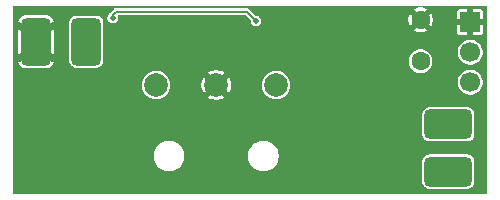
<source format=gbr>
%TF.GenerationSoftware,KiCad,Pcbnew,9.0.2*%
%TF.CreationDate,2025-06-27T10:01:34+02:00*%
%TF.ProjectId,drone_controller,64726f6e-655f-4636-9f6e-74726f6c6c65,rev?*%
%TF.SameCoordinates,Original*%
%TF.FileFunction,Copper,L2,Bot*%
%TF.FilePolarity,Positive*%
%FSLAX46Y46*%
G04 Gerber Fmt 4.6, Leading zero omitted, Abs format (unit mm)*
G04 Created by KiCad (PCBNEW 9.0.2) date 2025-06-27 10:01:34*
%MOMM*%
%LPD*%
G01*
G04 APERTURE LIST*
G04 Aperture macros list*
%AMRoundRect*
0 Rectangle with rounded corners*
0 $1 Rounding radius*
0 $2 $3 $4 $5 $6 $7 $8 $9 X,Y pos of 4 corners*
0 Add a 4 corners polygon primitive as box body*
4,1,4,$2,$3,$4,$5,$6,$7,$8,$9,$2,$3,0*
0 Add four circle primitives for the rounded corners*
1,1,$1+$1,$2,$3*
1,1,$1+$1,$4,$5*
1,1,$1+$1,$6,$7*
1,1,$1+$1,$8,$9*
0 Add four rect primitives between the rounded corners*
20,1,$1+$1,$2,$3,$4,$5,0*
20,1,$1+$1,$4,$5,$6,$7,0*
20,1,$1+$1,$6,$7,$8,$9,0*
20,1,$1+$1,$8,$9,$2,$3,0*%
G04 Aperture macros list end*
%TA.AperFunction,ComponentPad*%
%ADD10C,2.000000*%
%TD*%
%TA.AperFunction,ComponentPad*%
%ADD11R,1.700000X1.700000*%
%TD*%
%TA.AperFunction,ComponentPad*%
%ADD12C,1.700000*%
%TD*%
%TA.AperFunction,ComponentPad*%
%ADD13C,1.600000*%
%TD*%
%TA.AperFunction,SMDPad,CuDef*%
%ADD14RoundRect,0.416667X1.583333X0.833333X-1.583333X0.833333X-1.583333X-0.833333X1.583333X-0.833333X0*%
%TD*%
%TA.AperFunction,SMDPad,CuDef*%
%ADD15RoundRect,0.416667X-0.833333X1.583333X-0.833333X-1.583333X0.833333X-1.583333X0.833333X1.583333X0*%
%TD*%
%TA.AperFunction,SMDPad,CuDef*%
%ADD16RoundRect,0.416667X-1.583333X-0.833333X1.583333X-0.833333X1.583333X0.833333X-1.583333X0.833333X0*%
%TD*%
%TA.AperFunction,ViaPad*%
%ADD17C,0.500000*%
%TD*%
%TA.AperFunction,Conductor*%
%ADD18C,0.200000*%
%TD*%
G04 APERTURE END LIST*
D10*
%TO.P,SW1,1,B*%
%TO.N,/DET_OUT+*%
X141420000Y-108175000D03*
%TO.P,SW1,2,A*%
%TO.N,/FET_OUT*%
X151580000Y-108175000D03*
%TO.P,SW1,3,C*%
%TO.N,GND*%
X146500000Y-108175000D03*
%TD*%
D11*
%TO.P,J1,1,Pin_1*%
%TO.N,GND*%
X168000000Y-102860000D03*
D12*
%TO.P,J1,2,Pin_2*%
%TO.N,/TRIGGER*%
X168000000Y-105400000D03*
%TO.P,J1,3,Pin_3*%
%TO.N,/5V_IN*%
X168000000Y-107940000D03*
%TD*%
D13*
%TO.P,C1,1*%
%TO.N,/5V_IN*%
X163800000Y-106150000D03*
%TO.P,C1,2*%
%TO.N,GND*%
X163800000Y-102650000D03*
%TD*%
D14*
%TO.P,P2,1*%
%TO.N,/FET_OUT*%
X166150000Y-115500000D03*
%TD*%
D15*
%TO.P,P4,1*%
%TO.N,/DET_OUT+*%
X135500000Y-104500000D03*
%TD*%
%TO.P,P3,1*%
%TO.N,GND*%
X131250000Y-104500000D03*
%TD*%
D16*
%TO.P,P1,1*%
%TO.N,/5V_IN*%
X166150000Y-111500000D03*
%TD*%
D17*
%TO.N,GND*%
X162500000Y-108000000D03*
X155000000Y-113000000D03*
X131800000Y-103200000D03*
X138000000Y-115000000D03*
X162500000Y-109000000D03*
X160000000Y-109500000D03*
X162000000Y-109500000D03*
X159500000Y-105500000D03*
X139000000Y-113500000D03*
X149000000Y-110000000D03*
X159000000Y-102500000D03*
X161400000Y-103000000D03*
X156500000Y-106500000D03*
X157500000Y-103000000D03*
X139000000Y-115500000D03*
X154000000Y-111000000D03*
X161500000Y-108000000D03*
X160500000Y-108000000D03*
X141000000Y-110000000D03*
X133500000Y-114500000D03*
X161000000Y-108500000D03*
X130000000Y-116500000D03*
X160000000Y-103500000D03*
X158000000Y-102500000D03*
X159000000Y-109500000D03*
X139000000Y-116500000D03*
X158000000Y-107000000D03*
X156000000Y-108000000D03*
X141500000Y-104500000D03*
X153000000Y-110000000D03*
X160500000Y-109000000D03*
X161900000Y-103500000D03*
X160000000Y-102500000D03*
X137000000Y-116500000D03*
X139000000Y-111500000D03*
X133500000Y-113500000D03*
X155500000Y-106500000D03*
X138000000Y-113000000D03*
X143000000Y-107500000D03*
X157500000Y-106500000D03*
X141500000Y-105500000D03*
X131800000Y-105600000D03*
X131000000Y-104800000D03*
X154500000Y-106500000D03*
X163000000Y-107500000D03*
X153500000Y-109500000D03*
X154500000Y-110500000D03*
X158500000Y-105500000D03*
X131000000Y-116500000D03*
X157000000Y-108000000D03*
X158500000Y-106500000D03*
X155000000Y-107000000D03*
X157000000Y-104500000D03*
X158500000Y-103000000D03*
X158000000Y-113500000D03*
X149500000Y-107500000D03*
X159000000Y-103500000D03*
X164000000Y-108500000D03*
X157500000Y-107500000D03*
X131000000Y-103200000D03*
X136000000Y-116500000D03*
X154000000Y-116000000D03*
X149500000Y-108500000D03*
X158000000Y-106000000D03*
X161000000Y-102500000D03*
X155000000Y-111000000D03*
X161500000Y-109000000D03*
X139000000Y-114500000D03*
X160500000Y-103000000D03*
X163000000Y-108500000D03*
X157500000Y-104000000D03*
X162000000Y-107500000D03*
X148500000Y-109000000D03*
X150000000Y-104500000D03*
X143000000Y-109000000D03*
X162000000Y-108500000D03*
X146000000Y-110000000D03*
X160000000Y-108500000D03*
X155500000Y-107500000D03*
X157000000Y-107000000D03*
X138000000Y-116500000D03*
X141500000Y-106500000D03*
X158000000Y-103500000D03*
X161000000Y-109500000D03*
X159000000Y-106000000D03*
X159500000Y-109000000D03*
X161000000Y-103500000D03*
X131800000Y-104800000D03*
X163500000Y-108000000D03*
X157000000Y-103500000D03*
X154000000Y-110000000D03*
X148500000Y-108000000D03*
X156500000Y-108500000D03*
X157000000Y-113500000D03*
X154000000Y-112000000D03*
X138000000Y-114000000D03*
X159500000Y-103000000D03*
X154500000Y-112500000D03*
X156500000Y-107500000D03*
X143000000Y-110000000D03*
X142000000Y-110000000D03*
X147000000Y-110000000D03*
X131000000Y-104000000D03*
X155000000Y-112000000D03*
X156000000Y-107000000D03*
X157000000Y-102500000D03*
X139000000Y-112500000D03*
X148000000Y-110000000D03*
X131800000Y-104000000D03*
X131000000Y-105600000D03*
X154500000Y-111500000D03*
X161900000Y-102500000D03*
%TO.N,/5V_IN*%
X137729998Y-102500000D03*
X164958448Y-111100063D03*
X149880000Y-102750000D03*
X167358448Y-111900063D03*
X164958448Y-111900063D03*
X166558448Y-111100063D03*
X165758448Y-111100063D03*
X166558448Y-111900063D03*
X167358448Y-111100063D03*
X165758448Y-111900063D03*
%TO.N,/FET_OUT*%
X166588178Y-115069028D03*
X165788178Y-115869028D03*
X164988178Y-115869028D03*
X167388178Y-115869028D03*
X167388178Y-115069028D03*
X165788178Y-115069028D03*
X166588178Y-115869028D03*
X164988178Y-115069028D03*
%TO.N,/DET_OUT+*%
X135800000Y-103200000D03*
X135000000Y-104000000D03*
X135800000Y-104000000D03*
X135000000Y-105600000D03*
X135000000Y-103200000D03*
X135800000Y-105600000D03*
X135000000Y-104800000D03*
X135800000Y-104800000D03*
%TD*%
D18*
%TO.N,/5V_IN*%
X149111000Y-101951000D02*
X149880000Y-102720000D01*
X149880000Y-102720000D02*
X149880000Y-102750000D01*
X137729998Y-102500000D02*
X137729998Y-102221002D01*
X137729998Y-102221002D02*
X138000000Y-101951000D01*
X138000000Y-101951000D02*
X149111000Y-101951000D01*
%TD*%
%TA.AperFunction,Conductor*%
%TO.N,GND*%
G36*
X169385148Y-101464852D02*
G01*
X169399500Y-101499500D01*
X169399500Y-117350500D01*
X169385148Y-117385148D01*
X169350500Y-117399500D01*
X129349500Y-117399500D01*
X129314852Y-117385148D01*
X129300500Y-117350500D01*
X129300500Y-114072648D01*
X141199500Y-114072648D01*
X141199500Y-114277351D01*
X141231522Y-114479531D01*
X141231523Y-114479534D01*
X141294779Y-114674217D01*
X141387714Y-114856612D01*
X141387716Y-114856615D01*
X141508035Y-115022220D01*
X141508039Y-115022225D01*
X141652775Y-115166961D01*
X141652779Y-115166964D01*
X141652781Y-115166966D01*
X141818390Y-115287287D01*
X142000781Y-115380220D01*
X142195466Y-115443477D01*
X142397648Y-115475500D01*
X142397649Y-115475500D01*
X142602351Y-115475500D01*
X142602352Y-115475500D01*
X142804534Y-115443477D01*
X142999219Y-115380220D01*
X143181610Y-115287287D01*
X143347219Y-115166966D01*
X143347222Y-115166962D01*
X143347225Y-115166961D01*
X143491961Y-115022225D01*
X143491962Y-115022222D01*
X143491966Y-115022219D01*
X143612287Y-114856610D01*
X143705220Y-114674219D01*
X143768477Y-114479534D01*
X143800500Y-114277352D01*
X143800500Y-114072648D01*
X149199500Y-114072648D01*
X149199500Y-114277351D01*
X149231522Y-114479531D01*
X149231523Y-114479534D01*
X149294779Y-114674217D01*
X149387714Y-114856612D01*
X149387716Y-114856615D01*
X149508035Y-115022220D01*
X149508039Y-115022225D01*
X149652775Y-115166961D01*
X149652779Y-115166964D01*
X149652781Y-115166966D01*
X149818390Y-115287287D01*
X150000781Y-115380220D01*
X150195466Y-115443477D01*
X150397648Y-115475500D01*
X150397649Y-115475500D01*
X150602351Y-115475500D01*
X150602352Y-115475500D01*
X150804534Y-115443477D01*
X150999219Y-115380220D01*
X151181610Y-115287287D01*
X151347219Y-115166966D01*
X151347222Y-115166962D01*
X151347225Y-115166961D01*
X151491961Y-115022225D01*
X151491962Y-115022222D01*
X151491966Y-115022219D01*
X151612287Y-114856610D01*
X151705220Y-114674219D01*
X151727924Y-114604342D01*
X163949500Y-114604342D01*
X163949500Y-116395653D01*
X163949501Y-116395668D01*
X163952253Y-116430646D01*
X163995759Y-116580391D01*
X164075130Y-116714600D01*
X164075134Y-116714605D01*
X164185394Y-116824865D01*
X164185399Y-116824869D01*
X164319608Y-116904240D01*
X164319609Y-116904240D01*
X164319612Y-116904242D01*
X164469353Y-116947746D01*
X164504345Y-116950500D01*
X167795654Y-116950499D01*
X167795659Y-116950498D01*
X167795668Y-116950498D01*
X167815366Y-116948948D01*
X167830647Y-116947746D01*
X167980388Y-116904242D01*
X168114605Y-116824866D01*
X168224866Y-116714605D01*
X168304242Y-116580388D01*
X168347746Y-116430647D01*
X168350500Y-116395655D01*
X168350499Y-114604346D01*
X168347746Y-114569353D01*
X168304242Y-114419612D01*
X168304240Y-114419608D01*
X168224869Y-114285399D01*
X168224865Y-114285394D01*
X168114605Y-114175134D01*
X168114600Y-114175130D01*
X167980391Y-114095759D01*
X167830645Y-114052253D01*
X167806790Y-114050376D01*
X167795655Y-114049500D01*
X167795650Y-114049500D01*
X164504346Y-114049500D01*
X164504331Y-114049501D01*
X164469353Y-114052253D01*
X164319608Y-114095759D01*
X164185399Y-114175130D01*
X164185394Y-114175134D01*
X164075134Y-114285394D01*
X164075130Y-114285399D01*
X163995759Y-114419608D01*
X163952253Y-114569352D01*
X163952253Y-114569356D01*
X163949500Y-114604342D01*
X151727924Y-114604342D01*
X151768477Y-114479534D01*
X151800500Y-114277352D01*
X151800500Y-114072648D01*
X151768477Y-113870466D01*
X151705220Y-113675781D01*
X151612287Y-113493390D01*
X151491966Y-113327781D01*
X151491964Y-113327779D01*
X151491961Y-113327775D01*
X151347225Y-113183039D01*
X151347220Y-113183035D01*
X151181615Y-113062716D01*
X151181612Y-113062714D01*
X150999217Y-112969779D01*
X150804534Y-112906523D01*
X150804531Y-112906522D01*
X150649220Y-112881923D01*
X150602352Y-112874500D01*
X150397648Y-112874500D01*
X150359599Y-112880526D01*
X150195468Y-112906522D01*
X150195465Y-112906523D01*
X150000782Y-112969779D01*
X149818387Y-113062714D01*
X149818384Y-113062716D01*
X149652779Y-113183035D01*
X149508035Y-113327779D01*
X149387716Y-113493384D01*
X149387714Y-113493387D01*
X149294779Y-113675782D01*
X149231523Y-113870465D01*
X149231522Y-113870468D01*
X149199500Y-114072648D01*
X143800500Y-114072648D01*
X143768477Y-113870466D01*
X143705220Y-113675781D01*
X143612287Y-113493390D01*
X143491966Y-113327781D01*
X143491964Y-113327779D01*
X143491961Y-113327775D01*
X143347225Y-113183039D01*
X143347220Y-113183035D01*
X143181615Y-113062716D01*
X143181612Y-113062714D01*
X142999217Y-112969779D01*
X142804534Y-112906523D01*
X142804531Y-112906522D01*
X142649220Y-112881923D01*
X142602352Y-112874500D01*
X142397648Y-112874500D01*
X142359599Y-112880526D01*
X142195468Y-112906522D01*
X142195465Y-112906523D01*
X142000782Y-112969779D01*
X141818387Y-113062714D01*
X141818384Y-113062716D01*
X141652779Y-113183035D01*
X141508035Y-113327779D01*
X141387716Y-113493384D01*
X141387714Y-113493387D01*
X141294779Y-113675782D01*
X141231523Y-113870465D01*
X141231522Y-113870468D01*
X141199500Y-114072648D01*
X129300500Y-114072648D01*
X129300500Y-110604342D01*
X163949500Y-110604342D01*
X163949500Y-112395653D01*
X163949501Y-112395668D01*
X163952253Y-112430646D01*
X163995759Y-112580391D01*
X164075130Y-112714600D01*
X164075134Y-112714605D01*
X164185394Y-112824865D01*
X164185399Y-112824869D01*
X164319608Y-112904240D01*
X164319609Y-112904240D01*
X164319612Y-112904242D01*
X164469353Y-112947746D01*
X164504345Y-112950500D01*
X167795654Y-112950499D01*
X167795659Y-112950498D01*
X167795668Y-112950498D01*
X167815366Y-112948948D01*
X167830647Y-112947746D01*
X167980388Y-112904242D01*
X168114605Y-112824866D01*
X168224866Y-112714605D01*
X168304242Y-112580388D01*
X168347746Y-112430647D01*
X168350500Y-112395655D01*
X168350499Y-110604346D01*
X168347746Y-110569353D01*
X168304242Y-110419612D01*
X168304240Y-110419608D01*
X168224869Y-110285399D01*
X168224865Y-110285394D01*
X168114605Y-110175134D01*
X168114600Y-110175130D01*
X167980391Y-110095759D01*
X167830645Y-110052253D01*
X167806790Y-110050376D01*
X167795655Y-110049500D01*
X167795650Y-110049500D01*
X164504346Y-110049500D01*
X164504331Y-110049501D01*
X164469353Y-110052253D01*
X164319608Y-110095759D01*
X164185399Y-110175130D01*
X164185394Y-110175134D01*
X164075134Y-110285394D01*
X164075130Y-110285399D01*
X163995759Y-110419608D01*
X163952253Y-110569352D01*
X163952253Y-110569356D01*
X163949500Y-110604342D01*
X129300500Y-110604342D01*
X129300500Y-108080519D01*
X140219500Y-108080519D01*
X140219500Y-108269480D01*
X140249059Y-108456115D01*
X140249060Y-108456118D01*
X140307453Y-108635833D01*
X140393236Y-108804193D01*
X140393239Y-108804197D01*
X140393240Y-108804199D01*
X140504310Y-108957073D01*
X140504312Y-108957075D01*
X140504315Y-108957079D01*
X140637920Y-109090684D01*
X140637923Y-109090686D01*
X140637927Y-109090690D01*
X140790801Y-109201760D01*
X140790803Y-109201761D01*
X140790806Y-109201763D01*
X140873890Y-109244096D01*
X140959168Y-109287547D01*
X141138882Y-109345940D01*
X141325519Y-109375500D01*
X141325520Y-109375500D01*
X141514480Y-109375500D01*
X141514481Y-109375500D01*
X141701118Y-109345940D01*
X141880832Y-109287547D01*
X142049199Y-109201760D01*
X142202073Y-109090690D01*
X142335690Y-108957073D01*
X142446760Y-108804199D01*
X142532547Y-108635832D01*
X142590940Y-108456118D01*
X142620500Y-108269481D01*
X142620500Y-108080519D01*
X142619883Y-108076623D01*
X145250000Y-108076623D01*
X145250000Y-108273376D01*
X145280778Y-108467706D01*
X145280779Y-108467709D01*
X145341580Y-108654834D01*
X145430902Y-108830140D01*
X145430907Y-108830149D01*
X145456319Y-108865125D01*
X145456320Y-108865125D01*
X146017037Y-108304408D01*
X146034075Y-108367993D01*
X146099901Y-108482007D01*
X146192993Y-108575099D01*
X146307007Y-108640925D01*
X146370590Y-108657962D01*
X145809873Y-109218678D01*
X145844857Y-109244096D01*
X145844859Y-109244097D01*
X146020165Y-109333419D01*
X146207290Y-109394220D01*
X146207293Y-109394221D01*
X146401624Y-109425000D01*
X146598376Y-109425000D01*
X146792706Y-109394221D01*
X146792709Y-109394220D01*
X146979834Y-109333419D01*
X147155140Y-109244097D01*
X147190126Y-109218679D01*
X146629409Y-108657962D01*
X146692993Y-108640925D01*
X146807007Y-108575099D01*
X146900099Y-108482007D01*
X146965925Y-108367993D01*
X146982962Y-108304409D01*
X147543679Y-108865126D01*
X147569097Y-108830140D01*
X147658419Y-108654834D01*
X147719220Y-108467709D01*
X147719221Y-108467706D01*
X147750000Y-108273376D01*
X147750000Y-108080519D01*
X150379500Y-108080519D01*
X150379500Y-108269480D01*
X150409059Y-108456115D01*
X150409060Y-108456118D01*
X150467453Y-108635833D01*
X150553236Y-108804193D01*
X150553239Y-108804197D01*
X150553240Y-108804199D01*
X150664310Y-108957073D01*
X150664312Y-108957075D01*
X150664315Y-108957079D01*
X150797920Y-109090684D01*
X150797923Y-109090686D01*
X150797927Y-109090690D01*
X150950801Y-109201760D01*
X150950803Y-109201761D01*
X150950806Y-109201763D01*
X151033890Y-109244096D01*
X151119168Y-109287547D01*
X151298882Y-109345940D01*
X151485519Y-109375500D01*
X151485520Y-109375500D01*
X151674480Y-109375500D01*
X151674481Y-109375500D01*
X151861118Y-109345940D01*
X152040832Y-109287547D01*
X152209199Y-109201760D01*
X152362073Y-109090690D01*
X152495690Y-108957073D01*
X152606760Y-108804199D01*
X152692547Y-108635832D01*
X152750940Y-108456118D01*
X152780500Y-108269481D01*
X152780500Y-108080519D01*
X152750940Y-107893882D01*
X152732307Y-107836535D01*
X166949500Y-107836535D01*
X166949500Y-108043465D01*
X166975664Y-108174999D01*
X166989869Y-108246417D01*
X166989871Y-108246423D01*
X167040227Y-108367993D01*
X167069059Y-108437598D01*
X167098732Y-108482007D01*
X167160933Y-108575099D01*
X167184023Y-108609655D01*
X167330345Y-108755977D01*
X167502402Y-108870941D01*
X167693580Y-108950130D01*
X167896535Y-108990500D01*
X167896538Y-108990500D01*
X168103462Y-108990500D01*
X168103465Y-108990500D01*
X168306420Y-108950130D01*
X168497598Y-108870941D01*
X168669655Y-108755977D01*
X168815977Y-108609655D01*
X168930941Y-108437598D01*
X169010130Y-108246420D01*
X169050500Y-108043465D01*
X169050500Y-107836535D01*
X169010130Y-107633580D01*
X168930941Y-107442402D01*
X168815977Y-107270345D01*
X168669655Y-107124023D01*
X168642542Y-107105907D01*
X168577508Y-107062453D01*
X168497598Y-107009059D01*
X168497596Y-107009058D01*
X168306423Y-106929871D01*
X168306417Y-106929869D01*
X168224572Y-106913589D01*
X168103465Y-106889500D01*
X167896535Y-106889500D01*
X167795520Y-106909592D01*
X167693582Y-106929869D01*
X167693576Y-106929871D01*
X167502403Y-107009058D01*
X167330345Y-107124022D01*
X167184022Y-107270345D01*
X167069058Y-107442403D01*
X166989871Y-107633576D01*
X166989869Y-107633582D01*
X166973840Y-107714168D01*
X166949500Y-107836535D01*
X152732307Y-107836535D01*
X152692547Y-107714168D01*
X152651487Y-107633582D01*
X152606763Y-107545806D01*
X152606761Y-107545803D01*
X152606760Y-107545801D01*
X152495690Y-107392927D01*
X152495686Y-107392923D01*
X152495684Y-107392920D01*
X152362079Y-107259315D01*
X152362080Y-107259315D01*
X152266174Y-107189635D01*
X152209199Y-107148240D01*
X152209197Y-107148239D01*
X152209193Y-107148236D01*
X152040833Y-107062453D01*
X151861118Y-107004060D01*
X151861115Y-107004059D01*
X151717744Y-106981352D01*
X151674481Y-106974500D01*
X151485519Y-106974500D01*
X151450397Y-106980062D01*
X151298884Y-107004059D01*
X151298881Y-107004060D01*
X151119166Y-107062453D01*
X150950806Y-107148236D01*
X150797920Y-107259315D01*
X150664315Y-107392920D01*
X150553236Y-107545806D01*
X150467453Y-107714166D01*
X150409060Y-107893881D01*
X150409059Y-107893884D01*
X150379500Y-108080519D01*
X147750000Y-108080519D01*
X147750000Y-108076623D01*
X147719221Y-107882293D01*
X147719220Y-107882290D01*
X147658419Y-107695165D01*
X147569097Y-107519859D01*
X147569096Y-107519857D01*
X147543678Y-107484873D01*
X146982962Y-108045589D01*
X146965925Y-107982007D01*
X146900099Y-107867993D01*
X146807007Y-107774901D01*
X146692993Y-107709075D01*
X146629407Y-107692037D01*
X147190125Y-107131320D01*
X147190125Y-107131319D01*
X147155149Y-107105907D01*
X147155140Y-107105902D01*
X146979834Y-107016580D01*
X146792709Y-106955779D01*
X146792706Y-106955778D01*
X146598376Y-106925000D01*
X146401624Y-106925000D01*
X146207293Y-106955778D01*
X146207290Y-106955779D01*
X146020171Y-107016578D01*
X145844859Y-107105902D01*
X145844856Y-107105903D01*
X145809873Y-107131320D01*
X146370590Y-107692037D01*
X146307007Y-107709075D01*
X146192993Y-107774901D01*
X146099901Y-107867993D01*
X146034075Y-107982007D01*
X146017037Y-108045590D01*
X145456320Y-107484873D01*
X145430903Y-107519856D01*
X145430902Y-107519859D01*
X145341578Y-107695171D01*
X145280779Y-107882290D01*
X145280778Y-107882293D01*
X145250000Y-108076623D01*
X142619883Y-108076623D01*
X142590940Y-107893882D01*
X142532547Y-107714168D01*
X142491487Y-107633582D01*
X142446763Y-107545806D01*
X142446761Y-107545803D01*
X142446760Y-107545801D01*
X142335690Y-107392927D01*
X142335686Y-107392923D01*
X142335684Y-107392920D01*
X142202079Y-107259315D01*
X142202075Y-107259312D01*
X142202073Y-107259310D01*
X142106175Y-107189636D01*
X142106175Y-107189635D01*
X142061000Y-107156814D01*
X142049199Y-107148240D01*
X142049198Y-107148239D01*
X142049196Y-107148238D01*
X141880833Y-107062453D01*
X141701118Y-107004060D01*
X141701115Y-107004059D01*
X141557744Y-106981352D01*
X141514481Y-106974500D01*
X141325519Y-106974500D01*
X141290397Y-106980062D01*
X141138884Y-107004059D01*
X141138881Y-107004060D01*
X140959166Y-107062453D01*
X140790806Y-107148236D01*
X140637920Y-107259315D01*
X140504315Y-107392920D01*
X140393236Y-107545806D01*
X140307453Y-107714166D01*
X140249060Y-107893881D01*
X140249059Y-107893884D01*
X140219500Y-108080519D01*
X129300500Y-108080519D01*
X129300500Y-106109999D01*
X129750000Y-106109999D01*
X129750000Y-106137206D01*
X129756104Y-106204387D01*
X129756105Y-106204392D01*
X129804269Y-106358952D01*
X129888023Y-106497498D01*
X130002501Y-106611976D01*
X130141047Y-106695730D01*
X130295607Y-106743894D01*
X130295613Y-106743895D01*
X130362791Y-106749999D01*
X132137206Y-106749999D01*
X132204387Y-106743895D01*
X132204392Y-106743894D01*
X132358952Y-106695730D01*
X132497498Y-106611976D01*
X132611976Y-106497498D01*
X132695730Y-106358952D01*
X132743894Y-106204392D01*
X132743895Y-106204386D01*
X132749999Y-106137207D01*
X132749999Y-106110000D01*
X132749998Y-106109999D01*
X132662871Y-106197127D01*
X132628223Y-106211479D01*
X132593575Y-106197127D01*
X131250000Y-104853552D01*
X129906424Y-106197127D01*
X129871776Y-106211479D01*
X129837128Y-106197127D01*
X129750000Y-106109999D01*
X129300500Y-106109999D01*
X129300500Y-105646446D01*
X129750000Y-105646446D01*
X130896448Y-104500000D01*
X130896447Y-104499999D01*
X131603552Y-104499999D01*
X131603552Y-104500000D01*
X132749999Y-105646447D01*
X132749999Y-103353552D01*
X131603552Y-104499999D01*
X130896447Y-104499999D01*
X129750000Y-103353552D01*
X129750000Y-105646446D01*
X129300500Y-105646446D01*
X129300500Y-102862791D01*
X129750000Y-102862791D01*
X129750000Y-102889998D01*
X129837127Y-102802871D01*
X129871775Y-102788519D01*
X129906423Y-102802871D01*
X131250000Y-104146448D01*
X132593576Y-102802872D01*
X132628224Y-102788520D01*
X132662872Y-102802872D01*
X132749999Y-102889999D01*
X132749999Y-102862792D01*
X132749547Y-102857816D01*
X132749231Y-102854342D01*
X134049500Y-102854342D01*
X134049500Y-106145653D01*
X134049501Y-106145668D01*
X134052253Y-106180646D01*
X134095759Y-106330391D01*
X134175130Y-106464600D01*
X134175134Y-106464605D01*
X134285394Y-106574865D01*
X134285399Y-106574869D01*
X134419608Y-106654240D01*
X134419609Y-106654240D01*
X134419612Y-106654242D01*
X134569353Y-106697746D01*
X134604345Y-106700500D01*
X136395654Y-106700499D01*
X136395659Y-106700498D01*
X136395668Y-106700498D01*
X136415366Y-106698948D01*
X136430647Y-106697746D01*
X136580388Y-106654242D01*
X136714605Y-106574866D01*
X136824866Y-106464605D01*
X136904242Y-106330388D01*
X136947746Y-106180647D01*
X136950500Y-106145655D01*
X136950500Y-106051455D01*
X162799500Y-106051455D01*
X162799500Y-106248544D01*
X162837947Y-106441827D01*
X162837949Y-106441836D01*
X162893053Y-106574869D01*
X162913368Y-106623914D01*
X163022861Y-106787782D01*
X163162218Y-106927139D01*
X163326086Y-107036632D01*
X163508165Y-107112051D01*
X163701459Y-107150500D01*
X163898541Y-107150500D01*
X164091835Y-107112051D01*
X164273914Y-107036632D01*
X164437782Y-106927139D01*
X164577139Y-106787782D01*
X164686632Y-106623914D01*
X164762051Y-106441835D01*
X164800500Y-106248541D01*
X164800500Y-106051459D01*
X164762051Y-105858165D01*
X164686632Y-105676086D01*
X164577139Y-105512218D01*
X164437782Y-105372861D01*
X164323552Y-105296535D01*
X166949500Y-105296535D01*
X166949500Y-105503465D01*
X166976290Y-105638150D01*
X166989869Y-105706417D01*
X166989871Y-105706423D01*
X167069058Y-105897596D01*
X167170256Y-106049052D01*
X167184023Y-106069655D01*
X167330345Y-106215977D01*
X167502402Y-106330941D01*
X167693580Y-106410130D01*
X167896535Y-106450500D01*
X167896538Y-106450500D01*
X168103462Y-106450500D01*
X168103465Y-106450500D01*
X168306420Y-106410130D01*
X168497598Y-106330941D01*
X168669655Y-106215977D01*
X168815977Y-106069655D01*
X168930941Y-105897598D01*
X169010130Y-105706420D01*
X169050500Y-105503465D01*
X169050500Y-105296535D01*
X169010130Y-105093580D01*
X168930941Y-104902402D01*
X168815977Y-104730345D01*
X168669655Y-104584023D01*
X168497598Y-104469059D01*
X168497596Y-104469058D01*
X168306423Y-104389871D01*
X168306417Y-104389869D01*
X168224572Y-104373589D01*
X168103465Y-104349500D01*
X167896535Y-104349500D01*
X167795520Y-104369592D01*
X167693582Y-104389869D01*
X167693576Y-104389871D01*
X167502403Y-104469058D01*
X167330345Y-104584022D01*
X167184022Y-104730345D01*
X167069058Y-104902403D01*
X166989871Y-105093576D01*
X166989869Y-105093582D01*
X166978747Y-105149500D01*
X166949500Y-105296535D01*
X164323552Y-105296535D01*
X164273914Y-105263368D01*
X164273911Y-105263366D01*
X164273910Y-105263366D01*
X164091836Y-105187949D01*
X164091827Y-105187947D01*
X163898544Y-105149500D01*
X163898541Y-105149500D01*
X163701459Y-105149500D01*
X163701455Y-105149500D01*
X163508172Y-105187947D01*
X163508163Y-105187949D01*
X163326089Y-105263366D01*
X163162218Y-105372860D01*
X163022860Y-105512218D01*
X162913366Y-105676089D01*
X162837949Y-105858163D01*
X162837947Y-105858172D01*
X162799500Y-106051455D01*
X136950500Y-106051455D01*
X136950499Y-102854346D01*
X136947746Y-102819353D01*
X136904242Y-102669612D01*
X136904240Y-102669608D01*
X136824869Y-102535399D01*
X136824865Y-102535394D01*
X136730159Y-102440688D01*
X137279498Y-102440688D01*
X137279498Y-102559311D01*
X137310198Y-102673884D01*
X137310199Y-102673887D01*
X137333802Y-102714767D01*
X137369509Y-102776613D01*
X137453385Y-102860489D01*
X137556112Y-102919799D01*
X137571365Y-102923886D01*
X137670686Y-102950500D01*
X137670689Y-102950500D01*
X137789309Y-102950500D01*
X137846595Y-102935149D01*
X137903884Y-102919799D01*
X138006611Y-102860489D01*
X138090487Y-102776613D01*
X138149797Y-102673886D01*
X138166915Y-102610000D01*
X138180498Y-102559311D01*
X138180498Y-102440688D01*
X138149797Y-102326115D01*
X138149796Y-102326113D01*
X138149795Y-102326112D01*
X138149155Y-102325002D01*
X138149070Y-102324359D01*
X138148567Y-102323144D01*
X138148892Y-102323009D01*
X138144258Y-102287820D01*
X138167087Y-102258066D01*
X138191589Y-102251500D01*
X148966233Y-102251500D01*
X149000881Y-102265852D01*
X149415148Y-102680119D01*
X149429500Y-102714767D01*
X149429500Y-102809311D01*
X149460200Y-102923884D01*
X149460201Y-102923887D01*
X149478902Y-102956277D01*
X149519511Y-103026613D01*
X149603387Y-103110489D01*
X149706114Y-103169799D01*
X149734758Y-103177474D01*
X149820688Y-103200500D01*
X149820691Y-103200500D01*
X149939311Y-103200500D01*
X149996597Y-103185149D01*
X150053886Y-103169799D01*
X150156613Y-103110489D01*
X150240489Y-103026613D01*
X150299799Y-102923886D01*
X150327809Y-102819352D01*
X150330500Y-102809311D01*
X150330500Y-102690688D01*
X150307474Y-102604758D01*
X150299799Y-102576114D01*
X150282751Y-102546587D01*
X162750000Y-102546587D01*
X162750000Y-102753412D01*
X162790349Y-102956271D01*
X162790351Y-102956277D01*
X162869501Y-103147360D01*
X162901378Y-103195067D01*
X163317038Y-102779407D01*
X163334076Y-102842992D01*
X163399902Y-102957006D01*
X163492994Y-103050098D01*
X163607008Y-103115924D01*
X163670591Y-103132961D01*
X163254931Y-103548621D01*
X163302639Y-103580498D01*
X163493722Y-103659648D01*
X163493728Y-103659650D01*
X163696587Y-103700000D01*
X163903413Y-103700000D01*
X164106271Y-103659650D01*
X164106277Y-103659648D01*
X164297358Y-103580499D01*
X164345066Y-103548620D01*
X163929407Y-103132961D01*
X163992992Y-103115924D01*
X164107006Y-103050098D01*
X164200098Y-102957006D01*
X164265924Y-102842992D01*
X164282961Y-102779407D01*
X164698620Y-103195066D01*
X164730500Y-103147356D01*
X164762148Y-103070953D01*
X164762148Y-103070952D01*
X164809648Y-102956277D01*
X164809650Y-102956271D01*
X164850000Y-102753412D01*
X164850000Y-102546587D01*
X164809650Y-102343728D01*
X164809648Y-102343722D01*
X164730498Y-102152639D01*
X164698621Y-102104931D01*
X164282961Y-102520591D01*
X164265924Y-102457008D01*
X164200098Y-102342994D01*
X164107006Y-102249902D01*
X163992992Y-102184076D01*
X163929408Y-102167038D01*
X164111076Y-101985370D01*
X166900000Y-101985370D01*
X166900000Y-102610000D01*
X167566988Y-102610000D01*
X167534075Y-102667007D01*
X167500000Y-102794174D01*
X167500000Y-102925826D01*
X167534075Y-103052993D01*
X167566988Y-103110000D01*
X166900000Y-103110000D01*
X166900000Y-103734629D01*
X166914503Y-103807542D01*
X166969759Y-103890240D01*
X167052457Y-103945496D01*
X167125370Y-103959999D01*
X167125376Y-103960000D01*
X167750000Y-103960000D01*
X167750000Y-103293012D01*
X167807007Y-103325925D01*
X167934174Y-103360000D01*
X168065826Y-103360000D01*
X168192993Y-103325925D01*
X168250000Y-103293012D01*
X168250000Y-103960000D01*
X168874624Y-103960000D01*
X168874629Y-103959999D01*
X168947542Y-103945496D01*
X169030240Y-103890240D01*
X169085496Y-103807542D01*
X169099999Y-103734629D01*
X169100000Y-103734624D01*
X169100000Y-103110000D01*
X168433012Y-103110000D01*
X168465925Y-103052993D01*
X168500000Y-102925826D01*
X168500000Y-102794174D01*
X168465925Y-102667007D01*
X168433012Y-102610000D01*
X169100000Y-102610000D01*
X169100000Y-101985376D01*
X169099999Y-101985370D01*
X169085496Y-101912457D01*
X169030240Y-101829759D01*
X168947542Y-101774503D01*
X168874629Y-101760000D01*
X168250000Y-101760000D01*
X168250000Y-102426988D01*
X168192993Y-102394075D01*
X168065826Y-102360000D01*
X167934174Y-102360000D01*
X167807007Y-102394075D01*
X167750000Y-102426988D01*
X167750000Y-101760000D01*
X167125370Y-101760000D01*
X167052457Y-101774503D01*
X166969759Y-101829759D01*
X166914503Y-101912457D01*
X166900000Y-101985370D01*
X164111076Y-101985370D01*
X164148125Y-101948321D01*
X164345067Y-101751378D01*
X164297360Y-101719501D01*
X164106277Y-101640351D01*
X164106271Y-101640349D01*
X163903413Y-101600000D01*
X163696587Y-101600000D01*
X163493728Y-101640349D01*
X163493722Y-101640351D01*
X163302641Y-101719500D01*
X163254932Y-101751378D01*
X163670592Y-102167038D01*
X163607008Y-102184076D01*
X163492994Y-102249902D01*
X163399902Y-102342994D01*
X163334076Y-102457008D01*
X163317038Y-102520591D01*
X162901379Y-102104932D01*
X162901378Y-102104932D01*
X162869500Y-102152641D01*
X162790351Y-102343722D01*
X162790349Y-102343728D01*
X162750000Y-102546587D01*
X150282751Y-102546587D01*
X150240489Y-102473387D01*
X150156613Y-102389511D01*
X150105499Y-102360000D01*
X150053887Y-102330201D01*
X150053884Y-102330200D01*
X149939312Y-102299500D01*
X149939309Y-102299500D01*
X149904767Y-102299500D01*
X149870119Y-102285148D01*
X149295511Y-101710540D01*
X149226990Y-101670979D01*
X149150564Y-101650500D01*
X149150562Y-101650500D01*
X137960438Y-101650500D01*
X137960436Y-101650500D01*
X137884010Y-101670979D01*
X137884008Y-101670979D01*
X137815488Y-101710540D01*
X137815488Y-101710541D01*
X137489539Y-102036490D01*
X137489538Y-102036490D01*
X137449977Y-102105010D01*
X137449976Y-102105014D01*
X137439499Y-102144112D01*
X137426818Y-102166077D01*
X137369508Y-102223388D01*
X137310199Y-102326112D01*
X137310198Y-102326115D01*
X137279498Y-102440688D01*
X136730159Y-102440688D01*
X136714605Y-102425134D01*
X136714600Y-102425130D01*
X136580391Y-102345759D01*
X136573400Y-102343728D01*
X136526841Y-102330201D01*
X136430645Y-102302253D01*
X136406790Y-102300376D01*
X136395655Y-102299500D01*
X136395650Y-102299500D01*
X134604346Y-102299500D01*
X134604331Y-102299501D01*
X134569353Y-102302253D01*
X134419608Y-102345759D01*
X134285399Y-102425130D01*
X134285394Y-102425134D01*
X134175134Y-102535394D01*
X134175130Y-102535399D01*
X134095759Y-102669608D01*
X134052253Y-102819352D01*
X134052253Y-102819356D01*
X134049500Y-102854342D01*
X132749231Y-102854342D01*
X132743895Y-102795613D01*
X132743894Y-102795607D01*
X132695730Y-102641047D01*
X132611976Y-102502501D01*
X132497498Y-102388023D01*
X132358952Y-102304269D01*
X132204392Y-102256105D01*
X132204386Y-102256104D01*
X132137208Y-102250000D01*
X130362793Y-102250000D01*
X130295612Y-102256104D01*
X130295607Y-102256105D01*
X130141047Y-102304269D01*
X130002501Y-102388023D01*
X129888023Y-102502501D01*
X129804269Y-102641047D01*
X129756105Y-102795607D01*
X129756104Y-102795613D01*
X129750000Y-102862791D01*
X129300500Y-102862791D01*
X129300500Y-101499500D01*
X129314852Y-101464852D01*
X129349500Y-101450500D01*
X169350500Y-101450500D01*
X169385148Y-101464852D01*
G37*
%TD.AperFunction*%
%TD*%
M02*

</source>
